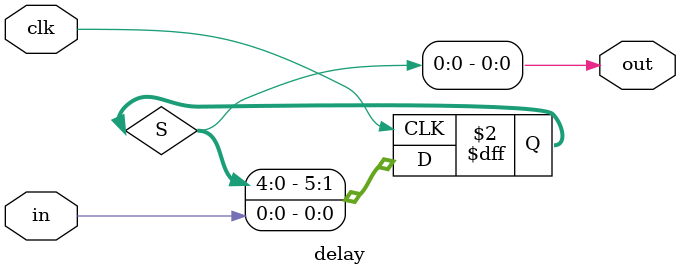
<source format=v>
module delay (
    input clk,
    input in,
    output out
);

reg [5:0] S;
assign out = S[0]; // how many cycles - 1?

always @(posedge clk) 
    S <= {S[4:0], in};

endmodule

</source>
